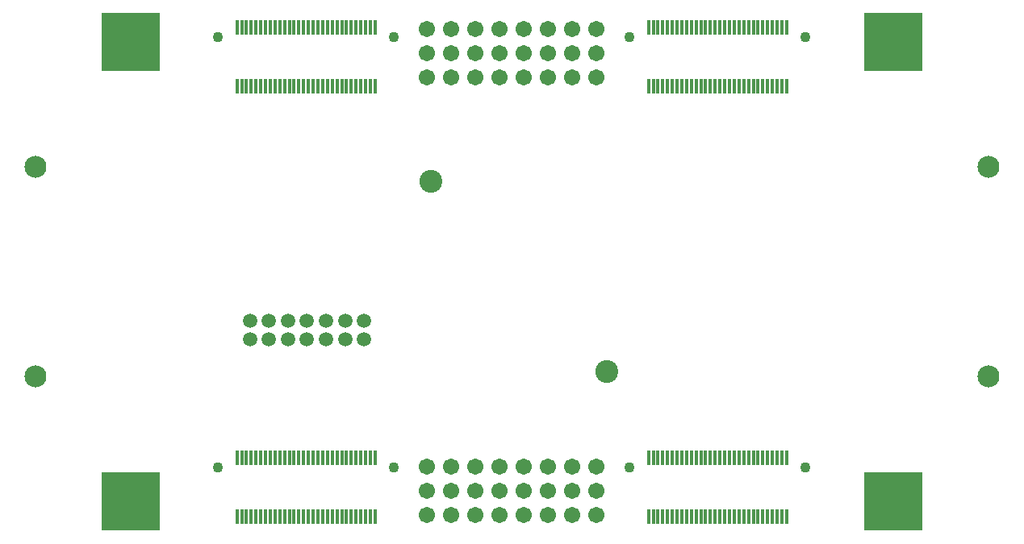
<source format=gbs>
G04 Layer_Color=16711935*
%FSLAX44Y44*%
%MOMM*%
G71*
G01*
G75*
%ADD61C,1.7032*%
%ADD75C,1.1000*%
%ADD76C,2.3032*%
%ADD77C,2.4032*%
%ADD78R,6.2032X6.2032*%
%ADD79C,1.5032*%
G04:AMPARAMS|DCode=80|XSize=0.4mm|YSize=1.548mm|CornerRadius=0.2mm|HoleSize=0mm|Usage=FLASHONLY|Rotation=180.000|XOffset=0mm|YOffset=0mm|HoleType=Round|Shape=RoundedRectangle|*
%AMROUNDEDRECTD80*
21,1,0.4000,1.1480,0,0,180.0*
21,1,0.0000,1.5480,0,0,180.0*
1,1,0.4000,0.0000,0.5740*
1,1,0.4000,0.0000,0.5740*
1,1,0.4000,0.0000,-0.5740*
1,1,0.4000,0.0000,-0.5740*
%
%ADD80ROUNDEDRECTD80*%
D61*
X698900Y484600D02*
D03*
Y510000D02*
D03*
Y535400D02*
D03*
X673500Y484600D02*
D03*
Y510000D02*
D03*
Y535400D02*
D03*
X648100Y484600D02*
D03*
Y510000D02*
D03*
Y535400D02*
D03*
X622700Y484600D02*
D03*
Y510000D02*
D03*
Y535400D02*
D03*
X597300Y484600D02*
D03*
Y510000D02*
D03*
Y535400D02*
D03*
X571900Y484600D02*
D03*
Y510000D02*
D03*
Y535400D02*
D03*
X546500Y484600D02*
D03*
Y510000D02*
D03*
Y535400D02*
D03*
X521100Y484600D02*
D03*
Y510000D02*
D03*
Y535400D02*
D03*
X698900Y24600D02*
D03*
Y50000D02*
D03*
Y75400D02*
D03*
X673500Y24600D02*
D03*
Y50000D02*
D03*
Y75400D02*
D03*
X648100Y24600D02*
D03*
Y50000D02*
D03*
Y75400D02*
D03*
X622700Y24600D02*
D03*
Y50000D02*
D03*
Y75400D02*
D03*
X597300Y24600D02*
D03*
Y50000D02*
D03*
Y75400D02*
D03*
X571900Y24600D02*
D03*
Y50000D02*
D03*
Y75400D02*
D03*
X546500Y24600D02*
D03*
Y50000D02*
D03*
Y75400D02*
D03*
X521100Y24600D02*
D03*
Y50000D02*
D03*
Y75400D02*
D03*
D75*
X486360Y526410D02*
D03*
X301640D02*
D03*
Y74310D02*
D03*
X486360D02*
D03*
X918160D02*
D03*
X733440D02*
D03*
Y526410D02*
D03*
X918160D02*
D03*
D76*
X110000Y170000D02*
D03*
Y390000D02*
D03*
X1110000D02*
D03*
Y170000D02*
D03*
D77*
X525000Y375000D02*
D03*
X710000Y175000D02*
D03*
D78*
X1009950Y521290D02*
D03*
X209850D02*
D03*
X1009950Y38710D02*
D03*
X209850D02*
D03*
D79*
X455000Y209000D02*
D03*
Y229000D02*
D03*
X435000Y209000D02*
D03*
Y229000D02*
D03*
X415000Y209000D02*
D03*
Y229000D02*
D03*
X395000Y209000D02*
D03*
Y229000D02*
D03*
X375000Y209000D02*
D03*
Y229000D02*
D03*
X355000Y209000D02*
D03*
Y229000D02*
D03*
X335000Y209000D02*
D03*
Y229000D02*
D03*
D80*
X466500Y536950D02*
D03*
Y475150D02*
D03*
X461500Y536950D02*
D03*
Y475150D02*
D03*
X456500Y536950D02*
D03*
Y475150D02*
D03*
X451500Y536950D02*
D03*
Y475150D02*
D03*
X446500Y536950D02*
D03*
Y475150D02*
D03*
X441500Y536950D02*
D03*
Y475150D02*
D03*
X436500Y536950D02*
D03*
Y475150D02*
D03*
X431500Y536950D02*
D03*
Y475150D02*
D03*
X426500Y536950D02*
D03*
Y475150D02*
D03*
X421500Y536950D02*
D03*
Y475150D02*
D03*
X416500Y536950D02*
D03*
Y475150D02*
D03*
X411500Y536950D02*
D03*
Y475150D02*
D03*
X406500Y536950D02*
D03*
Y475150D02*
D03*
X401500Y536950D02*
D03*
Y475150D02*
D03*
X396500Y536950D02*
D03*
Y475150D02*
D03*
X391500Y536950D02*
D03*
Y475150D02*
D03*
X386500Y536950D02*
D03*
Y475150D02*
D03*
X381500Y536950D02*
D03*
Y475150D02*
D03*
X376500Y536950D02*
D03*
X371500D02*
D03*
Y475150D02*
D03*
X366500Y536950D02*
D03*
Y475150D02*
D03*
X361500Y536950D02*
D03*
Y475150D02*
D03*
X356500Y536950D02*
D03*
Y475150D02*
D03*
X351500Y536950D02*
D03*
Y475150D02*
D03*
X346500Y536950D02*
D03*
Y475150D02*
D03*
X341500Y536950D02*
D03*
Y475150D02*
D03*
X336500Y536950D02*
D03*
Y475150D02*
D03*
X331500Y536950D02*
D03*
Y475150D02*
D03*
X326500Y536950D02*
D03*
Y475150D02*
D03*
X321500Y536950D02*
D03*
Y475150D02*
D03*
X376500D02*
D03*
Y23050D02*
D03*
X321500D02*
D03*
Y84850D02*
D03*
X326500Y23050D02*
D03*
Y84850D02*
D03*
X331500Y23050D02*
D03*
Y84850D02*
D03*
X336500Y23050D02*
D03*
Y84850D02*
D03*
X341500Y23050D02*
D03*
Y84850D02*
D03*
X346500Y23050D02*
D03*
Y84850D02*
D03*
X351500Y23050D02*
D03*
Y84850D02*
D03*
X356500Y23050D02*
D03*
Y84850D02*
D03*
X361500Y23050D02*
D03*
Y84850D02*
D03*
X366500Y23050D02*
D03*
Y84850D02*
D03*
X371500Y23050D02*
D03*
Y84850D02*
D03*
X376500D02*
D03*
X381500Y23050D02*
D03*
Y84850D02*
D03*
X386500Y23050D02*
D03*
Y84850D02*
D03*
X391500Y23050D02*
D03*
Y84850D02*
D03*
X396500Y23050D02*
D03*
Y84850D02*
D03*
X401500Y23050D02*
D03*
Y84850D02*
D03*
X406500Y23050D02*
D03*
Y84850D02*
D03*
X411500Y23050D02*
D03*
Y84850D02*
D03*
X416500Y23050D02*
D03*
Y84850D02*
D03*
X421500Y23050D02*
D03*
Y84850D02*
D03*
X426500Y23050D02*
D03*
Y84850D02*
D03*
X431500Y23050D02*
D03*
Y84850D02*
D03*
X436500Y23050D02*
D03*
Y84850D02*
D03*
X441500Y23050D02*
D03*
Y84850D02*
D03*
X446500Y23050D02*
D03*
Y84850D02*
D03*
X451500Y23050D02*
D03*
Y84850D02*
D03*
X456500Y23050D02*
D03*
Y84850D02*
D03*
X461500Y23050D02*
D03*
Y84850D02*
D03*
X466500Y23050D02*
D03*
Y84850D02*
D03*
X898300D02*
D03*
Y23050D02*
D03*
X893300Y84850D02*
D03*
Y23050D02*
D03*
X888300Y84850D02*
D03*
Y23050D02*
D03*
X883300Y84850D02*
D03*
Y23050D02*
D03*
X878300Y84850D02*
D03*
Y23050D02*
D03*
X873300Y84850D02*
D03*
Y23050D02*
D03*
X868300Y84850D02*
D03*
Y23050D02*
D03*
X863300Y84850D02*
D03*
Y23050D02*
D03*
X858300Y84850D02*
D03*
Y23050D02*
D03*
X853300Y84850D02*
D03*
Y23050D02*
D03*
X848300Y84850D02*
D03*
Y23050D02*
D03*
X843300Y84850D02*
D03*
Y23050D02*
D03*
X838300Y84850D02*
D03*
Y23050D02*
D03*
X833300Y84850D02*
D03*
Y23050D02*
D03*
X828300Y84850D02*
D03*
Y23050D02*
D03*
X823300Y84850D02*
D03*
Y23050D02*
D03*
X818300Y84850D02*
D03*
Y23050D02*
D03*
X813300Y84850D02*
D03*
Y23050D02*
D03*
X808300Y84850D02*
D03*
X803300D02*
D03*
Y23050D02*
D03*
X798300Y84850D02*
D03*
Y23050D02*
D03*
X793300Y84850D02*
D03*
Y23050D02*
D03*
X788300Y84850D02*
D03*
Y23050D02*
D03*
X783300Y84850D02*
D03*
Y23050D02*
D03*
X778300Y84850D02*
D03*
Y23050D02*
D03*
X773300Y84850D02*
D03*
Y23050D02*
D03*
X768300Y84850D02*
D03*
Y23050D02*
D03*
X763300Y84850D02*
D03*
Y23050D02*
D03*
X758300Y84850D02*
D03*
Y23050D02*
D03*
X753300Y84850D02*
D03*
Y23050D02*
D03*
X808300D02*
D03*
Y475150D02*
D03*
X753300D02*
D03*
Y536950D02*
D03*
X758300Y475150D02*
D03*
Y536950D02*
D03*
X763300Y475150D02*
D03*
Y536950D02*
D03*
X768300Y475150D02*
D03*
Y536950D02*
D03*
X773300Y475150D02*
D03*
Y536950D02*
D03*
X778300Y475150D02*
D03*
Y536950D02*
D03*
X783300Y475150D02*
D03*
Y536950D02*
D03*
X788300Y475150D02*
D03*
Y536950D02*
D03*
X793300Y475150D02*
D03*
Y536950D02*
D03*
X798300Y475150D02*
D03*
Y536950D02*
D03*
X803300Y475150D02*
D03*
Y536950D02*
D03*
X808300D02*
D03*
X813300Y475150D02*
D03*
Y536950D02*
D03*
X818300Y475150D02*
D03*
Y536950D02*
D03*
X823300Y475150D02*
D03*
Y536950D02*
D03*
X828300Y475150D02*
D03*
Y536950D02*
D03*
X833300Y475150D02*
D03*
Y536950D02*
D03*
X838300Y475150D02*
D03*
Y536950D02*
D03*
X843300Y475150D02*
D03*
Y536950D02*
D03*
X848300Y475150D02*
D03*
Y536950D02*
D03*
X853300Y475150D02*
D03*
Y536950D02*
D03*
X858300Y475150D02*
D03*
Y536950D02*
D03*
X863300Y475150D02*
D03*
Y536950D02*
D03*
X868300Y475150D02*
D03*
Y536950D02*
D03*
X873300Y475150D02*
D03*
Y536950D02*
D03*
X878300Y475150D02*
D03*
Y536950D02*
D03*
X883300Y475150D02*
D03*
Y536950D02*
D03*
X888300Y475150D02*
D03*
Y536950D02*
D03*
X893300Y475150D02*
D03*
Y536950D02*
D03*
X898300Y475150D02*
D03*
Y536950D02*
D03*
M02*

</source>
